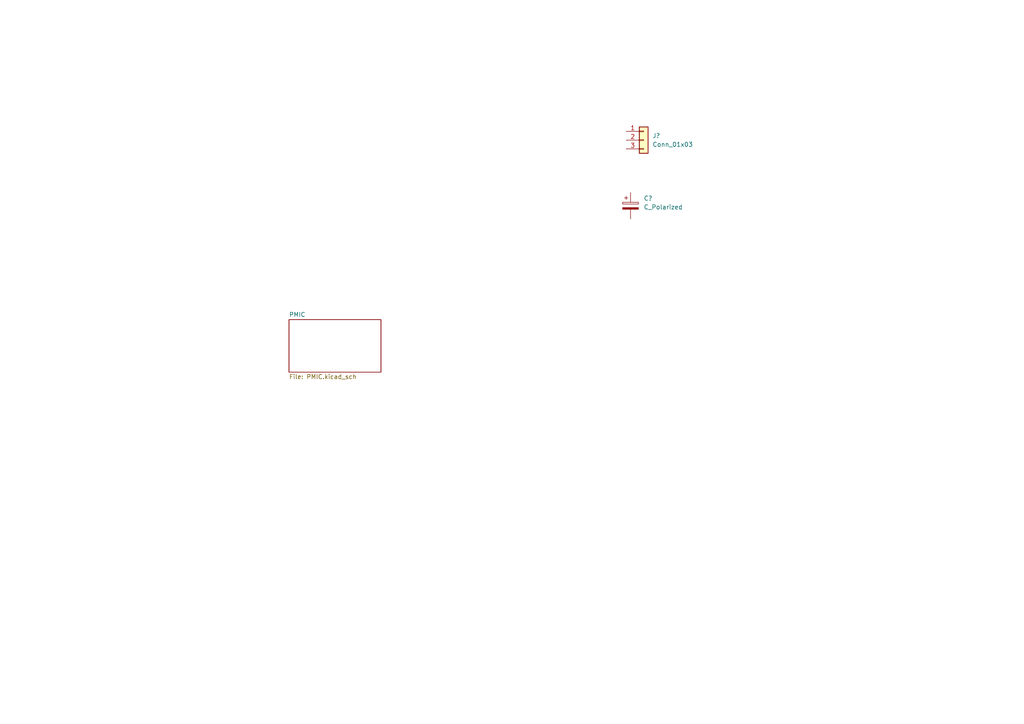
<source format=kicad_sch>
(kicad_sch (version 20211123) (generator eeschema)
  (paper "A4")
  (lib_symbols
    (symbol "Connector_Generic:Conn_01x03" (pin_names (offset 1.016) hide)
      (property "Reference" "J" (at 0 5.08 0))
      (property "Value" "Conn_01x03" (at 0 -5.08 0))
      (symbol "Conn_01x03_1_1"
        (rectangle (start -1.27 -2.413) (end 0 -2.667) (stroke (width 0.1524)))
        (rectangle (start -1.27 0.127) (end 0 -0.127) (stroke (width 0.1524)))
        (rectangle (start -1.27 2.667) (end 0 2.413) (stroke (width 0.1524)))
        (rectangle (start -1.27 3.81) (end 1.27 -3.81) (stroke (width 0.254)) (fill (type background)))
        (pin passive line (at -5.08 2.54 0) (length 3.81) (name "Pin_1") (number "1"))
        (pin passive line (at -5.08 0 0) (length 3.81) (name "Pin_2") (number "2"))
        (pin passive line (at -5.08 -2.54 0) (length 3.81) (name "Pin_3") (number "3"))
      )
    )
    (symbol "Device:C_Polarized" (pin_numbers hide) (pin_names (offset 0.254))
      (property "Reference" "C" (at 0.635 2.54 0))
      (property "Value" "C_Polarized" (at 0.635 -2.54 0))
      (symbol "C_Polarized_0_1"
        (rectangle (start -2.286 0.508) (end 2.286 1.016))
        (polyline (pts (xy -1.778 2.286) (xy -0.762 2.286)))
        (polyline (pts (xy -1.27 2.794) (xy -1.27 1.778)))
        (rectangle (start 2.286 -0.508) (end -2.286 -1.016) (fill (type outline)))
      )
      (symbol "C_Polarized_1_1"
        (pin passive line (at 0 3.81 270) (length 2.794) (name "~") (number "1"))
        (pin passive line (at 0 -3.81 90) (length 2.794) (name "~") (number "2"))
      )
    )
  )
  (symbol (lib_id "Connector_Generic:Conn_01x03") (at 186.69 40.64 0) (unit 1)
    (property "Reference" "J?" (at 189.23 39.3699 0) (effects (justify left)))
    (property "Value" "Conn_01x03" (at 189.23 41.9099 0) (effects (justify left)))
  )
  (symbol (lib_id "Device:C_Polarized") (at 182.88 59.69 0) (unit 1)
    (property "Reference" "C?" (at 186.69 57.5309 0) (effects (justify left)))
    (property "Value" "C_Polarized" (at 186.69 60.0709 0) (effects (justify left)))
  )
  (sheet (at 83.82 92.71) (size 26.67 15.24) (stroke (width 0.1524))
    (property "Sheet name" "PMIC" (at 83.82 91.9984 0) (effects (justify left bottom)))
    (property "Sheet file" "PMIC.kicad_sch" (at 83.82 108.5346 0) (effects (justify left top)))
  )
)
</source>
